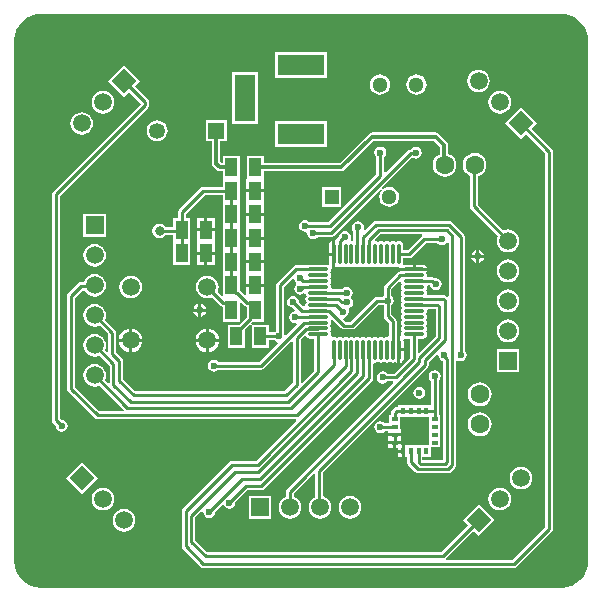
<source format=gtl>
G04*
G04 #@! TF.GenerationSoftware,Altium Limited,Altium Designer,20.0.10 (225)*
G04*
G04 Layer_Physical_Order=1*
G04 Layer_Color=255*
%FSLAX25Y25*%
%MOIN*%
G70*
G01*
G75*
%ADD18C,0.01000*%
%ADD37R,0.04000X0.06000*%
%ADD38R,0.01575X0.02284*%
%ADD39R,0.02284X0.01575*%
%ADD40O,0.01181X0.07087*%
%ADD41O,0.07087X0.01181*%
%ADD42C,0.01181*%
%ADD43C,0.06299*%
%ADD44C,0.05906*%
%ADD45R,0.07087X0.15748*%
%ADD46R,0.15748X0.07087*%
%ADD47R,0.05315X0.05315*%
%ADD48C,0.05315*%
%ADD49R,0.05906X0.05906*%
%ADD50R,0.05906X0.05906*%
%ADD51C,0.05118*%
%ADD52P,0.08352X4X270.0*%
%ADD53P,0.08352X4X180.0*%
%ADD54R,0.05039X0.05039*%
%ADD55C,0.05039*%
%ADD56C,0.02362*%
%ADD57C,0.03150*%
G36*
X186805Y193914D02*
X188502Y193399D01*
X190067Y192563D01*
X191438Y191438D01*
X192563Y190067D01*
X193399Y188502D01*
X193914Y186805D01*
X194081Y185115D01*
X194071Y185039D01*
Y11811D01*
X194081Y11736D01*
X193914Y10046D01*
X193399Y8348D01*
X192563Y6784D01*
X191438Y5413D01*
X190067Y4287D01*
X188502Y3451D01*
X186805Y2936D01*
X185527Y2810D01*
X185039Y2780D01*
X184545Y2780D01*
X12307D01*
X11811Y2780D01*
X11324Y2810D01*
X10046Y2936D01*
X8348Y3451D01*
X6784Y4287D01*
X5413Y5413D01*
X4287Y6784D01*
X3451Y8348D01*
X2936Y10046D01*
X2810Y11324D01*
X2780Y11811D01*
X2780Y12311D01*
X2780Y184544D01*
X2780Y185039D01*
X2810Y185527D01*
X2936Y186805D01*
X3451Y188502D01*
X4287Y190067D01*
X5413Y191438D01*
X6784Y192563D01*
X8348Y193399D01*
X10046Y193914D01*
X11736Y194081D01*
X11811Y194071D01*
X185039D01*
X185115Y194081D01*
X186805Y193914D01*
D02*
G37*
%LPC*%
G36*
X107087Y181299D02*
X89764D01*
Y172638D01*
X107087D01*
Y181299D01*
D02*
G37*
G36*
X157496Y175410D02*
X156519Y175282D01*
X155610Y174905D01*
X154828Y174305D01*
X154229Y173524D01*
X153852Y172614D01*
X153724Y171638D01*
X153852Y170662D01*
X154229Y169752D01*
X154828Y168971D01*
X155610Y168371D01*
X156519Y167994D01*
X157496Y167866D01*
X158472Y167994D01*
X159382Y168371D01*
X160163Y168971D01*
X160763Y169752D01*
X161140Y170662D01*
X161268Y171638D01*
X161140Y172614D01*
X160763Y173524D01*
X160163Y174305D01*
X159382Y174905D01*
X158472Y175282D01*
X157496Y175410D01*
D02*
G37*
G36*
X136811Y173848D02*
X135937Y173733D01*
X135123Y173396D01*
X134424Y172859D01*
X133888Y172160D01*
X133551Y171346D01*
X133436Y170472D01*
X133551Y169599D01*
X133888Y168785D01*
X134424Y168086D01*
X135123Y167549D01*
X135937Y167212D01*
X136811Y167097D01*
X137685Y167212D01*
X138499Y167549D01*
X139198Y168086D01*
X139734Y168785D01*
X140071Y169599D01*
X140186Y170472D01*
X140071Y171346D01*
X139734Y172160D01*
X139198Y172859D01*
X138499Y173396D01*
X137685Y173733D01*
X136811Y173848D01*
D02*
G37*
G36*
X124606D02*
X123733Y173733D01*
X122919Y173396D01*
X122220Y172859D01*
X121683Y172160D01*
X121346Y171346D01*
X121231Y170472D01*
X121346Y169599D01*
X121683Y168785D01*
X122220Y168086D01*
X122919Y167549D01*
X123733Y167212D01*
X124606Y167097D01*
X125480Y167212D01*
X126294Y167549D01*
X126993Y168086D01*
X127529Y168785D01*
X127867Y169599D01*
X127982Y170472D01*
X127867Y171346D01*
X127529Y172160D01*
X126993Y172859D01*
X126294Y173396D01*
X125480Y173733D01*
X124606Y173848D01*
D02*
G37*
G36*
X164567Y168339D02*
X163591Y168211D01*
X162681Y167834D01*
X161899Y167234D01*
X161300Y166453D01*
X160923Y165543D01*
X160794Y164567D01*
X160923Y163591D01*
X161300Y162681D01*
X161899Y161899D01*
X162681Y161300D01*
X163591Y160923D01*
X164567Y160794D01*
X165543Y160923D01*
X166453Y161300D01*
X167234Y161899D01*
X167834Y162681D01*
X168211Y163591D01*
X168339Y164567D01*
X168211Y165543D01*
X167834Y166453D01*
X167234Y167234D01*
X166453Y167834D01*
X165543Y168211D01*
X164567Y168339D01*
D02*
G37*
G36*
X32283D02*
X31307Y168211D01*
X30397Y167834D01*
X29616Y167234D01*
X29016Y166453D01*
X28640Y165543D01*
X28511Y164567D01*
X28640Y163591D01*
X29016Y162681D01*
X29616Y161899D01*
X30397Y161300D01*
X31307Y160923D01*
X32283Y160794D01*
X33260Y160923D01*
X34170Y161300D01*
X34951Y161899D01*
X35550Y162681D01*
X35927Y163591D01*
X36056Y164567D01*
X35927Y165543D01*
X35550Y166453D01*
X34951Y167234D01*
X34170Y167834D01*
X33260Y168211D01*
X32283Y168339D01*
D02*
G37*
G36*
X83858Y174606D02*
X75197D01*
Y157283D01*
X83858D01*
Y174606D01*
D02*
G37*
G36*
X25212Y161268D02*
X24236Y161140D01*
X23326Y160763D01*
X22545Y160163D01*
X21945Y159382D01*
X21568Y158472D01*
X21440Y157496D01*
X21568Y156519D01*
X21945Y155610D01*
X22545Y154828D01*
X23326Y154229D01*
X24236Y153852D01*
X25212Y153724D01*
X26189Y153852D01*
X27099Y154229D01*
X27880Y154828D01*
X28479Y155610D01*
X28856Y156519D01*
X28985Y157496D01*
X28856Y158472D01*
X28479Y159382D01*
X27880Y160163D01*
X27099Y160763D01*
X26189Y161140D01*
X25212Y161268D01*
D02*
G37*
G36*
X50394Y158593D02*
X49494Y158474D01*
X48656Y158127D01*
X47937Y157575D01*
X47385Y156855D01*
X47038Y156017D01*
X46919Y155118D01*
X47038Y154219D01*
X47385Y153381D01*
X47937Y152661D01*
X48656Y152109D01*
X49494Y151762D01*
X50394Y151644D01*
X51293Y151762D01*
X52131Y152109D01*
X52851Y152661D01*
X53403Y153381D01*
X53750Y154219D01*
X53868Y155118D01*
X53750Y156017D01*
X53403Y156855D01*
X52851Y157575D01*
X52131Y158127D01*
X51293Y158474D01*
X50394Y158593D01*
D02*
G37*
G36*
X107087Y158465D02*
X89764D01*
Y149803D01*
X107087D01*
Y158465D01*
D02*
G37*
G36*
X136614Y149807D02*
X135846Y149654D01*
X135195Y149219D01*
X134995Y148920D01*
X134510Y148823D01*
X134084Y148539D01*
X126578Y141033D01*
X126116Y141224D01*
Y146309D01*
X126222Y146381D01*
X126657Y147032D01*
X126810Y147800D01*
X126657Y148568D01*
X126222Y149219D01*
X125571Y149654D01*
X124803Y149807D01*
X124035Y149654D01*
X123384Y149219D01*
X122949Y148568D01*
X122796Y147800D01*
X122949Y147032D01*
X123384Y146381D01*
X123491Y146309D01*
Y140701D01*
X107492Y124703D01*
X101097D01*
X101025Y124810D01*
X100374Y125245D01*
X99606Y125398D01*
X98838Y125245D01*
X98187Y124810D01*
X97752Y124159D01*
X97599Y123390D01*
X97752Y122622D01*
X98187Y121971D01*
X98838Y121536D01*
X99606Y121383D01*
X99962Y121454D01*
X100388Y121029D01*
X100355Y120866D01*
X100508Y120098D01*
X100943Y119447D01*
X101594Y119012D01*
X102362Y118859D01*
X103130Y119012D01*
X103781Y119447D01*
X103853Y119553D01*
X108268D01*
X108770Y119653D01*
X109196Y119938D01*
X124860Y135602D01*
X125237Y135272D01*
X125182Y135200D01*
X124828Y134739D01*
X124495Y133934D01*
X124381Y133071D01*
X124495Y132208D01*
X124828Y131403D01*
X125358Y130712D01*
X126049Y130182D01*
X126853Y129849D01*
X127717Y129735D01*
X128580Y129849D01*
X129384Y130182D01*
X130075Y130712D01*
X130605Y131403D01*
X130938Y132208D01*
X131052Y133071D01*
X130938Y133934D01*
X130605Y134739D01*
X130075Y135430D01*
X129384Y135960D01*
X128580Y136293D01*
X127717Y136407D01*
X126853Y136293D01*
X126049Y135960D01*
X125588Y135606D01*
X125515Y135550D01*
X125185Y135927D01*
X135461Y146203D01*
X135846Y145946D01*
X136614Y145793D01*
X137382Y145946D01*
X138033Y146381D01*
X138469Y147032D01*
X138621Y147800D01*
X138469Y148568D01*
X138033Y149219D01*
X137382Y149654D01*
X136614Y149807D01*
D02*
G37*
G36*
X143253Y154555D02*
X122047D01*
X121510Y154448D01*
X121054Y154143D01*
X111229Y144318D01*
X85921D01*
Y146701D01*
X80347D01*
Y139451D01*
X80134Y139039D01*
X80134Y138714D01*
Y135539D01*
X86134D01*
Y138714D01*
X86134Y139039D01*
X85921Y139451D01*
Y141508D01*
X111811D01*
X112349Y141615D01*
X112804Y141920D01*
X122629Y151745D01*
X142671D01*
X144658Y149758D01*
Y147331D01*
X144196Y147140D01*
X143373Y146509D01*
X142742Y145686D01*
X142345Y144729D01*
X142210Y143701D01*
X142345Y142673D01*
X142742Y141715D01*
X143373Y140893D01*
X144196Y140262D01*
X145153Y139865D01*
X146181Y139730D01*
X147209Y139865D01*
X148167Y140262D01*
X148989Y140893D01*
X149620Y141715D01*
X150017Y142673D01*
X150152Y143701D01*
X150017Y144729D01*
X149620Y145686D01*
X148989Y146509D01*
X148167Y147140D01*
X147468Y147429D01*
Y150340D01*
X147361Y150877D01*
X147056Y151333D01*
X144247Y154143D01*
X143791Y154448D01*
X143253Y154555D01*
D02*
G37*
G36*
X111811Y136378D02*
X105197D01*
Y129764D01*
X111811D01*
Y136378D01*
D02*
G37*
G36*
X86134Y134539D02*
X80134D01*
Y131039D01*
Y127665D01*
X86134D01*
Y131039D01*
Y134539D01*
D02*
G37*
G36*
X69598Y126047D02*
X67098D01*
Y122547D01*
X69598D01*
Y126047D01*
D02*
G37*
G36*
X66098D02*
X63598D01*
Y122547D01*
X66098D01*
Y126047D01*
D02*
G37*
G36*
X33268Y127284D02*
X25787D01*
Y119803D01*
X33268D01*
Y127284D01*
D02*
G37*
G36*
X86134Y126665D02*
X80134D01*
Y123165D01*
Y119791D01*
X86134D01*
Y123165D01*
Y126665D01*
D02*
G37*
G36*
X69598Y121547D02*
X66598D01*
X63598D01*
Y118047D01*
Y114673D01*
X66598D01*
X69598D01*
Y118047D01*
Y121547D01*
D02*
G37*
G36*
X156181Y147672D02*
X155153Y147536D01*
X154196Y147140D01*
X153373Y146509D01*
X152742Y145686D01*
X152345Y144729D01*
X152210Y143701D01*
X152345Y142673D01*
X152742Y141715D01*
X153373Y140893D01*
X154196Y140262D01*
X154593Y140097D01*
Y129842D01*
X154693Y129340D01*
X154977Y128914D01*
X163917Y119975D01*
X163679Y119402D01*
X163550Y118425D01*
X163679Y117449D01*
X164056Y116539D01*
X164655Y115758D01*
X165437Y115158D01*
X166347Y114781D01*
X167323Y114653D01*
X168299Y114781D01*
X169209Y115158D01*
X169990Y115758D01*
X170590Y116539D01*
X170967Y117449D01*
X171095Y118425D01*
X170967Y119402D01*
X170590Y120311D01*
X169990Y121093D01*
X169209Y121692D01*
X168299Y122069D01*
X167323Y122198D01*
X166347Y122069D01*
X165773Y121832D01*
X157218Y130386D01*
Y139869D01*
X158167Y140262D01*
X158989Y140893D01*
X159620Y141715D01*
X160017Y142673D01*
X160152Y143701D01*
X160017Y144729D01*
X159620Y145686D01*
X158989Y146509D01*
X158167Y147140D01*
X157209Y147536D01*
X156181Y147672D01*
D02*
G37*
G36*
X108752Y118451D02*
X108631Y118427D01*
X108105Y118076D01*
X107754Y117550D01*
X107630Y116929D01*
Y114476D01*
X108752D01*
Y118451D01*
D02*
G37*
G36*
X157742Y115355D02*
Y113730D01*
X159367D01*
X159297Y114081D01*
X158815Y114803D01*
X158093Y115285D01*
X157742Y115355D01*
D02*
G37*
G36*
X156742D02*
X156391Y115285D01*
X155670Y114803D01*
X155188Y114081D01*
X155118Y113730D01*
X156742D01*
Y115355D01*
D02*
G37*
G36*
X86134Y118791D02*
X80134D01*
Y115291D01*
Y111917D01*
X86134D01*
Y115291D01*
Y118791D01*
D02*
G37*
G36*
X159367Y112730D02*
X157742D01*
Y111106D01*
X158093Y111176D01*
X158815Y111658D01*
X159297Y112379D01*
X159367Y112730D01*
D02*
G37*
G36*
X156742D02*
X155118D01*
X155188Y112379D01*
X155670Y111658D01*
X156391Y111176D01*
X156742Y111106D01*
Y112730D01*
D02*
G37*
G36*
X69598Y113673D02*
X67098D01*
Y110173D01*
X69598D01*
Y113673D01*
D02*
G37*
G36*
X66098D02*
X63598D01*
Y110173D01*
X66098D01*
Y113673D01*
D02*
G37*
G36*
X29528Y117316D02*
X28551Y117187D01*
X27641Y116810D01*
X26860Y116211D01*
X26261Y115429D01*
X25884Y114520D01*
X25755Y113543D01*
X25884Y112567D01*
X26261Y111657D01*
X26860Y110876D01*
X27641Y110276D01*
X28551Y109899D01*
X29528Y109771D01*
X30504Y109899D01*
X31414Y110276D01*
X32195Y110876D01*
X32795Y111657D01*
X33171Y112567D01*
X33300Y113543D01*
X33171Y114520D01*
X32795Y115429D01*
X32195Y116211D01*
X31414Y116810D01*
X30504Y117187D01*
X29528Y117316D01*
D02*
G37*
G36*
X138976Y110480D02*
X136524D01*
Y109358D01*
X140499D01*
X140475Y109479D01*
X140123Y110005D01*
X139597Y110356D01*
X138976Y110480D01*
D02*
G37*
G36*
X167323Y112198D02*
X166347Y112069D01*
X165437Y111692D01*
X164655Y111093D01*
X164056Y110311D01*
X163679Y109402D01*
X163550Y108425D01*
X163679Y107449D01*
X164056Y106539D01*
X164655Y105758D01*
X165437Y105158D01*
X166347Y104781D01*
X167323Y104653D01*
X168299Y104781D01*
X169209Y105158D01*
X169990Y105758D01*
X170590Y106539D01*
X170967Y107449D01*
X171095Y108425D01*
X170967Y109402D01*
X170590Y110311D01*
X169990Y111093D01*
X169209Y111692D01*
X168299Y112069D01*
X167323Y112198D01*
D02*
G37*
G36*
X86134Y110917D02*
X80134D01*
Y107417D01*
Y104043D01*
X86134D01*
Y107417D01*
Y110917D01*
D02*
G37*
G36*
X41535Y106725D02*
X40559Y106597D01*
X39649Y106220D01*
X38868Y105620D01*
X38268Y104839D01*
X37892Y103929D01*
X37763Y102953D01*
X37892Y101976D01*
X38268Y101067D01*
X38868Y100285D01*
X39649Y99686D01*
X40559Y99309D01*
X41535Y99180D01*
X42512Y99309D01*
X43422Y99686D01*
X44203Y100285D01*
X44802Y101067D01*
X45179Y101976D01*
X45308Y102953D01*
X45179Y103929D01*
X44802Y104839D01*
X44203Y105620D01*
X43422Y106220D01*
X42512Y106597D01*
X41535Y106725D01*
D02*
G37*
G36*
X65067Y97400D02*
Y95776D01*
X66691D01*
X66622Y96127D01*
X66139Y96848D01*
X65418Y97330D01*
X65067Y97400D01*
D02*
G37*
G36*
X64067D02*
X63716Y97330D01*
X62994Y96848D01*
X62512Y96127D01*
X62443Y95776D01*
X64067D01*
Y97400D01*
D02*
G37*
G36*
X167323Y102198D02*
X166347Y102069D01*
X165437Y101692D01*
X164655Y101093D01*
X164056Y100311D01*
X163679Y99402D01*
X163550Y98425D01*
X163679Y97449D01*
X164056Y96539D01*
X164655Y95758D01*
X165437Y95158D01*
X166347Y94781D01*
X167323Y94653D01*
X168299Y94781D01*
X169209Y95158D01*
X169990Y95758D01*
X170590Y96539D01*
X170967Y97449D01*
X171095Y98425D01*
X170967Y99402D01*
X170590Y100311D01*
X169990Y101093D01*
X169209Y101692D01*
X168299Y102069D01*
X167323Y102198D01*
D02*
G37*
G36*
X66691Y94776D02*
X65067D01*
Y93151D01*
X65418Y93221D01*
X66139Y93703D01*
X66622Y94425D01*
X66691Y94776D01*
D02*
G37*
G36*
X64067D02*
X62443D01*
X62512Y94425D01*
X62994Y93703D01*
X63716Y93221D01*
X64067Y93151D01*
Y94776D01*
D02*
G37*
G36*
X67626Y89157D02*
Y85736D01*
X71047D01*
X70977Y86268D01*
X70579Y87230D01*
X69945Y88055D01*
X69119Y88689D01*
X68158Y89087D01*
X67626Y89157D01*
D02*
G37*
G36*
X42035D02*
Y85736D01*
X45456D01*
X45386Y86268D01*
X44988Y87230D01*
X44355Y88055D01*
X43529Y88689D01*
X42567Y89087D01*
X42035Y89157D01*
D02*
G37*
G36*
X66626D02*
X66094Y89087D01*
X65133Y88689D01*
X64307Y88055D01*
X63673Y87230D01*
X63275Y86268D01*
X63205Y85736D01*
X66626D01*
Y89157D01*
D02*
G37*
G36*
X41035D02*
X40504Y89087D01*
X39542Y88689D01*
X38716Y88055D01*
X38083Y87230D01*
X37684Y86268D01*
X37614Y85736D01*
X41035D01*
Y89157D01*
D02*
G37*
G36*
X167323Y92198D02*
X166347Y92069D01*
X165437Y91692D01*
X164655Y91093D01*
X164056Y90311D01*
X163679Y89402D01*
X163550Y88425D01*
X163679Y87449D01*
X164056Y86539D01*
X164655Y85758D01*
X165437Y85158D01*
X166347Y84781D01*
X167323Y84653D01*
X168299Y84781D01*
X169209Y85158D01*
X169990Y85758D01*
X170590Y86539D01*
X170967Y87449D01*
X171095Y88425D01*
X170967Y89402D01*
X170590Y90311D01*
X169990Y91093D01*
X169209Y91692D01*
X168299Y92069D01*
X167323Y92198D01*
D02*
G37*
G36*
X71047Y84736D02*
X67626D01*
Y81315D01*
X68158Y81385D01*
X69119Y81783D01*
X69945Y82417D01*
X70579Y83243D01*
X70977Y84204D01*
X71047Y84736D01*
D02*
G37*
G36*
X45456D02*
X42035D01*
Y81315D01*
X42567Y81385D01*
X43529Y81783D01*
X44355Y82417D01*
X44988Y83243D01*
X45386Y84204D01*
X45456Y84736D01*
D02*
G37*
G36*
X66626D02*
X63205D01*
X63275Y84204D01*
X63673Y83243D01*
X64307Y82417D01*
X65133Y81783D01*
X66094Y81385D01*
X66626Y81315D01*
Y84736D01*
D02*
G37*
G36*
X41035D02*
X37614D01*
X37684Y84204D01*
X38083Y83243D01*
X38716Y82417D01*
X39542Y81783D01*
X40504Y81385D01*
X41035Y81315D01*
Y84736D01*
D02*
G37*
G36*
X171638Y162785D02*
X166349Y157496D01*
X171638Y152207D01*
X173354Y153923D01*
X179790Y147488D01*
Y22985D01*
X168748Y11942D01*
X146727D01*
X146575Y12443D01*
X146598Y12458D01*
X155779Y21640D01*
X157496Y19923D01*
X162785Y25212D01*
X157496Y30502D01*
X152207Y25212D01*
X153923Y23496D01*
X145126Y14698D01*
X67079D01*
X63124Y18654D01*
Y22047D01*
Y26228D01*
X65287Y28391D01*
X65748Y28145D01*
X65710Y27953D01*
X65862Y27185D01*
X66297Y26534D01*
X66948Y26098D01*
X67716Y25946D01*
X68485Y26098D01*
X69136Y26534D01*
X69571Y27185D01*
X69724Y27953D01*
X69699Y28078D01*
X72101Y30481D01*
X72528Y30352D01*
X72604Y30277D01*
X73022Y29652D01*
X73673Y29217D01*
X74441Y29064D01*
X75209Y29217D01*
X75860Y29652D01*
X76295Y30303D01*
X76448Y31071D01*
X76412Y31249D01*
X80465Y35302D01*
X85039D01*
X85542Y35401D01*
X85967Y35686D01*
X121991Y71710D01*
X122276Y72136D01*
X122376Y72638D01*
Y77359D01*
X122876Y77760D01*
X123031Y77729D01*
X123569Y77836D01*
X124016Y78134D01*
X124462Y77836D01*
X125000Y77729D01*
X125538Y77836D01*
X125984Y78134D01*
X126431Y77836D01*
X126969Y77729D01*
X127506Y77836D01*
X127953Y78134D01*
X128399Y77836D01*
X128937Y77729D01*
X129475Y77836D01*
X129741Y78014D01*
X129759Y77987D01*
X130285Y77636D01*
X130405Y77612D01*
Y82087D01*
Y86913D01*
X130250Y87040D01*
Y91536D01*
X130150Y92038D01*
X129865Y92464D01*
X128478Y93851D01*
Y96935D01*
X128585Y97006D01*
X129020Y97657D01*
X129172Y98425D01*
X129020Y99193D01*
X128585Y99844D01*
X128478Y99916D01*
Y102212D01*
X131194Y104928D01*
X131206Y104928D01*
X131704Y104731D01*
X131773Y104384D01*
X132071Y103937D01*
X131773Y103490D01*
X131666Y102953D01*
X131773Y102415D01*
X132071Y101969D01*
X131773Y101522D01*
X131666Y100984D01*
X131773Y100447D01*
X132071Y100000D01*
X131773Y99553D01*
X131666Y99016D01*
X131773Y98478D01*
X132071Y98032D01*
X131773Y97585D01*
X131666Y97047D01*
X131773Y96510D01*
X132071Y96063D01*
X131773Y95616D01*
X131666Y95079D01*
X131773Y94541D01*
X132071Y94095D01*
X131773Y93648D01*
X131666Y93110D01*
X131773Y92573D01*
X132071Y92126D01*
X131773Y91679D01*
X131666Y91142D01*
X131773Y90604D01*
X132071Y90158D01*
X131773Y89711D01*
X131666Y89173D01*
X131773Y88636D01*
X132071Y88189D01*
X131773Y87742D01*
X131666Y87205D01*
X131712Y86972D01*
X131710Y86966D01*
X131405Y86698D01*
Y82587D01*
X132527D01*
Y85039D01*
X132453Y85413D01*
X132832Y85844D01*
X132838Y85846D01*
X133071Y85800D01*
X134711D01*
Y79481D01*
X129378Y74147D01*
X127081D01*
X127010Y74254D01*
X126359Y74689D01*
X125591Y74842D01*
X124822Y74689D01*
X124171Y74254D01*
X123736Y73603D01*
X123583Y72835D01*
X123736Y72067D01*
X124171Y71415D01*
X124822Y70980D01*
X125591Y70828D01*
X126359Y70980D01*
X127010Y71415D01*
X127081Y71522D01*
X128855D01*
X129046Y71060D01*
X93717Y35731D01*
X93433Y35306D01*
X93333Y34803D01*
Y33032D01*
X92760Y32795D01*
X91978Y32195D01*
X91379Y31414D01*
X91002Y30504D01*
X90873Y29528D01*
X91002Y28551D01*
X91379Y27641D01*
X91978Y26860D01*
X92760Y26261D01*
X93669Y25884D01*
X94646Y25755D01*
X95622Y25884D01*
X96532Y26261D01*
X97313Y26860D01*
X97913Y27641D01*
X98290Y28551D01*
X98418Y29528D01*
X98290Y30504D01*
X97913Y31414D01*
X97313Y32195D01*
X96532Y32795D01*
X95958Y33032D01*
Y34259D01*
X102556Y40857D01*
X103018Y40666D01*
Y32902D01*
X102760Y32795D01*
X101978Y32195D01*
X101379Y31414D01*
X101002Y30504D01*
X100873Y29528D01*
X101002Y28551D01*
X101379Y27641D01*
X101978Y26860D01*
X102760Y26261D01*
X103669Y25884D01*
X104646Y25755D01*
X105622Y25884D01*
X106532Y26261D01*
X107313Y26860D01*
X107913Y27641D01*
X108290Y28551D01*
X108418Y29528D01*
X108290Y30504D01*
X107913Y31414D01*
X107313Y32195D01*
X106532Y32795D01*
X105643Y33163D01*
Y41189D01*
X140527Y76072D01*
X140811Y76498D01*
X140911Y77000D01*
Y78031D01*
X143633Y80753D01*
X144094Y80507D01*
X144056Y80315D01*
X144209Y79547D01*
X144644Y78896D01*
X145295Y78461D01*
X145719Y78376D01*
Y45407D01*
X138813D01*
Y46398D01*
X141634D01*
Y49587D01*
X144823D01*
Y52146D01*
Y54705D01*
Y57264D01*
Y60413D01*
X144216D01*
Y61811D01*
Y71731D01*
X144333Y71809D01*
X144768Y72460D01*
X144921Y73228D01*
X144768Y73996D01*
X144333Y74648D01*
X143682Y75083D01*
X142913Y75235D01*
X142145Y75083D01*
X141494Y74648D01*
X141059Y73996D01*
X140906Y73228D01*
X141059Y72460D01*
X141494Y71809D01*
X141591Y71745D01*
Y63602D01*
X130807D01*
Y62986D01*
X130177D01*
X129675Y62886D01*
X129249Y62601D01*
X128619Y61971D01*
X128334Y61546D01*
X128235Y61043D01*
Y60413D01*
X127618D01*
Y57612D01*
X126294D01*
X126222Y57718D01*
X125571Y58153D01*
X124803Y58306D01*
X124035Y58153D01*
X123384Y57718D01*
X122949Y57067D01*
X122796Y56299D01*
X122949Y55531D01*
X123384Y54880D01*
X124035Y54445D01*
X124803Y54292D01*
X125571Y54445D01*
X126222Y54880D01*
X126294Y54987D01*
X127406D01*
Y54220D01*
X131689D01*
Y55508D01*
X131476D01*
Y57264D01*
Y59744D01*
X140965D01*
Y57264D01*
Y54705D01*
Y52146D01*
Y50256D01*
X134169D01*
Y50468D01*
X132882D01*
Y48327D01*
Y46185D01*
X133628D01*
Y44712D01*
X133728Y44209D01*
X134013Y43783D01*
X136417Y41379D01*
X136843Y41094D01*
X137345Y40995D01*
X147399D01*
X147901Y41094D01*
X148327Y41379D01*
X149747Y42799D01*
X150032Y43225D01*
X150131Y43727D01*
Y78311D01*
X150631Y78578D01*
X150807Y78461D01*
X151575Y78308D01*
X152343Y78461D01*
X152994Y78896D01*
X153429Y79547D01*
X153582Y80315D01*
X153429Y81083D01*
X152994Y81734D01*
X152887Y81805D01*
Y119816D01*
X152787Y120318D01*
X152503Y120744D01*
X148697Y124550D01*
X148271Y124835D01*
X147769Y124935D01*
X123228D01*
X122726Y124835D01*
X122300Y124550D01*
X119606Y121856D01*
X119414Y121951D01*
X119194Y122151D01*
X119330Y122835D01*
X119177Y123603D01*
X118742Y124254D01*
X118091Y124689D01*
X117323Y124842D01*
X116555Y124689D01*
X115904Y124254D01*
X115469Y123603D01*
X115316Y122835D01*
X115469Y122067D01*
X115813Y121551D01*
Y118789D01*
X115418Y118452D01*
X115159Y118485D01*
X114975Y118740D01*
X114860Y118985D01*
X114999Y119685D01*
X114846Y120453D01*
X114411Y121104D01*
X113760Y121539D01*
X112992Y121692D01*
X112224Y121539D01*
X111573Y121104D01*
X111138Y120453D01*
X111045Y119988D01*
X110327Y119270D01*
X110042Y118844D01*
X109752Y118675D01*
Y113976D01*
Y109501D01*
X109873Y109525D01*
X110399Y109877D01*
X110416Y109904D01*
X110683Y109726D01*
X111221Y109619D01*
X111758Y109726D01*
X112205Y110024D01*
X112651Y109726D01*
X113189Y109619D01*
X113727Y109726D01*
X114173Y110024D01*
X114620Y109726D01*
X115157Y109619D01*
X115695Y109726D01*
X116142Y110024D01*
X116588Y109726D01*
X117126Y109619D01*
X117664Y109726D01*
X118110Y110024D01*
X118557Y109726D01*
X119095Y109619D01*
X119632Y109726D01*
X120079Y110024D01*
X120525Y109726D01*
X121063Y109619D01*
X121601Y109726D01*
X122047Y110024D01*
X122494Y109726D01*
X123031Y109619D01*
X123569Y109726D01*
X124016Y110024D01*
X124462Y109726D01*
X125000Y109619D01*
X125538Y109726D01*
X125984Y110024D01*
X126431Y109726D01*
X126969Y109619D01*
X127506Y109726D01*
X127953Y110024D01*
X128399Y109726D01*
X128937Y109619D01*
X129475Y109726D01*
X129921Y110024D01*
X130368Y109726D01*
X130905Y109619D01*
X131139Y109665D01*
X131145Y109662D01*
X131412Y109358D01*
X135524D01*
Y110480D01*
X133071D01*
X132697Y110406D01*
X132267Y110784D01*
X132264Y110791D01*
X132310Y111024D01*
Y112664D01*
X134449D01*
X134951Y112764D01*
X135377Y113048D01*
X139914Y117585D01*
X143785D01*
X143856Y117478D01*
X144508Y117043D01*
X145276Y116891D01*
X146044Y117043D01*
X146695Y117478D01*
X147006Y117945D01*
X147506Y117793D01*
Y99909D01*
X147006Y99702D01*
X146799Y99909D01*
X146373Y100194D01*
X145871Y100294D01*
X140728D01*
X140343Y100794D01*
X140381Y100984D01*
X140274Y101522D01*
X139976Y101969D01*
X140274Y102415D01*
X140381Y102953D01*
X140350Y103109D01*
X140751Y103609D01*
X141365D01*
X141453Y103169D01*
X141888Y102518D01*
X142539Y102083D01*
X143307Y101930D01*
X144075Y102083D01*
X144726Y102518D01*
X145161Y103169D01*
X145314Y103937D01*
X145161Y104705D01*
X144726Y105356D01*
X144075Y105791D01*
X143307Y105944D01*
X142953Y105874D01*
X142563Y106134D01*
X142061Y106234D01*
X140751D01*
X140350Y106734D01*
X140381Y106890D01*
X140274Y107427D01*
X140096Y107694D01*
X140123Y107712D01*
X140475Y108238D01*
X140499Y108358D01*
X136024D01*
X131291D01*
X131087Y108133D01*
X130762Y108068D01*
X130336Y107783D01*
X126237Y103684D01*
X125953Y103258D01*
X125853Y102756D01*
Y99916D01*
X125746Y99844D01*
X125675Y99738D01*
X123622D01*
X123120Y99638D01*
X122694Y99353D01*
X114811Y91470D01*
X113239D01*
X112452Y92257D01*
X112616Y92800D01*
X113069Y92890D01*
X113720Y93325D01*
X114155Y93976D01*
X114308Y94744D01*
X114170Y95439D01*
X114201Y95645D01*
X114314Y95918D01*
X114427Y96005D01*
X115067Y96433D01*
X115502Y97084D01*
X115655Y97852D01*
X115502Y98620D01*
X115157Y99137D01*
X114924Y99582D01*
X115359Y100233D01*
X115512Y101002D01*
X115359Y101770D01*
X114924Y102421D01*
X114273Y102856D01*
X113505Y103009D01*
X112737Y102856D01*
X112086Y102421D01*
X111980Y102262D01*
X108838D01*
X108454Y102762D01*
X108492Y102953D01*
X108385Y103490D01*
X108086Y103937D01*
X108385Y104384D01*
X108492Y104921D01*
X108385Y105459D01*
X108086Y105905D01*
X108385Y106352D01*
X108492Y106890D01*
X108385Y107427D01*
X108086Y107874D01*
X108385Y108321D01*
X108492Y108858D01*
X108445Y109091D01*
X108448Y109098D01*
X108752Y109365D01*
Y113476D01*
X107630D01*
Y111024D01*
X107705Y110650D01*
X107326Y110220D01*
X107320Y110217D01*
X107087Y110263D01*
X101181D01*
X100717Y110171D01*
X96653D01*
X96151Y110071D01*
X95725Y109786D01*
X90410Y104472D01*
X90126Y104046D01*
X90026Y103543D01*
Y88368D01*
X89526Y88033D01*
X89454Y87927D01*
X87496D01*
Y90402D01*
X82399D01*
X82060Y90402D01*
X81804Y90853D01*
X82439Y91488D01*
X85921D01*
Y99063D01*
X85921D01*
X85969Y99543D01*
X86134D01*
Y103043D01*
X80134D01*
Y100329D01*
X79672Y100137D01*
X77921Y101888D01*
Y107331D01*
X77921D01*
Y107630D01*
X77921D01*
Y115205D01*
X77921D01*
Y115504D01*
X77921D01*
Y123079D01*
X77921D01*
Y123378D01*
X77921D01*
Y130953D01*
X77921D01*
Y131252D01*
X77921D01*
Y138626D01*
X77921Y139126D01*
X77921Y139327D01*
Y146701D01*
X72347D01*
Y144318D01*
X71842D01*
X71484Y144676D01*
Y151673D01*
X73524D01*
Y158563D01*
X66634D01*
Y151673D01*
X68674D01*
Y144095D01*
X68781Y143557D01*
X69085Y143101D01*
X70266Y141920D01*
X70722Y141615D01*
X71260Y141508D01*
X72347D01*
Y139327D01*
X72347Y138827D01*
X72347Y138626D01*
Y136352D01*
X65748D01*
X65246Y136252D01*
X64820Y135968D01*
X57670Y128818D01*
X57386Y128392D01*
X57286Y127890D01*
Y125835D01*
X55811D01*
Y122966D01*
X53145D01*
X52884Y123357D01*
X52103Y123879D01*
X51181Y124062D01*
X50259Y123879D01*
X49478Y123357D01*
X48956Y122575D01*
X48773Y121653D01*
X48956Y120732D01*
X49478Y119950D01*
X50259Y119428D01*
X51181Y119245D01*
X52103Y119428D01*
X52884Y119950D01*
X53145Y120341D01*
X55811D01*
Y118260D01*
X55811D01*
Y117961D01*
X55811D01*
Y110386D01*
X61386D01*
Y117961D01*
X61386D01*
Y118260D01*
X61386D01*
Y125835D01*
X59911D01*
Y127346D01*
X66292Y133727D01*
X72347D01*
Y131252D01*
X72346D01*
Y130953D01*
X72347D01*
Y123378D01*
X72346D01*
Y123079D01*
X72347D01*
Y115504D01*
X72346D01*
Y115205D01*
X72347D01*
Y107630D01*
X72346D01*
Y107331D01*
X72347D01*
Y100296D01*
X71846Y100089D01*
X70532Y101403D01*
X70770Y101976D01*
X70898Y102953D01*
X70770Y103929D01*
X70393Y104839D01*
X69793Y105620D01*
X69012Y106220D01*
X68102Y106597D01*
X67126Y106725D01*
X66150Y106597D01*
X65240Y106220D01*
X64459Y105620D01*
X63859Y104839D01*
X63482Y103929D01*
X63354Y102953D01*
X63482Y101976D01*
X63859Y101067D01*
X64459Y100285D01*
X65240Y99686D01*
X66150Y99309D01*
X67126Y99180D01*
X68102Y99309D01*
X68676Y99546D01*
X71375Y96847D01*
X71801Y96563D01*
X72303Y96463D01*
X72347D01*
Y91488D01*
X77921D01*
Y97522D01*
X78383Y97713D01*
X79249Y96847D01*
X79675Y96563D01*
X80177Y96463D01*
X80347D01*
Y93902D01*
X80321Y93776D01*
Y93083D01*
X77640Y90402D01*
X73921D01*
Y82827D01*
X79496D01*
Y88545D01*
X81470Y90519D01*
X81921Y90263D01*
X81921Y89959D01*
Y82827D01*
X87496D01*
Y85302D01*
X89454D01*
X89526Y85195D01*
X90177Y84760D01*
X90417Y84712D01*
X90581Y84170D01*
X84496Y78084D01*
X70782D01*
X70711Y78191D01*
X70059Y78626D01*
X69291Y78779D01*
X68523Y78626D01*
X67872Y78191D01*
X67437Y77540D01*
X67424Y77472D01*
X67291Y77274D01*
X67191Y76772D01*
X67291Y76269D01*
X67424Y76071D01*
X67437Y76004D01*
X67872Y75352D01*
X68523Y74917D01*
X69291Y74765D01*
X70059Y74917D01*
X70711Y75352D01*
X70782Y75459D01*
X85039D01*
X85542Y75559D01*
X85967Y75844D01*
X95076Y84952D01*
X95538Y84760D01*
Y71016D01*
X92763Y68242D01*
X43063D01*
X39108Y72197D01*
Y78347D01*
X39008Y78849D01*
X38723Y79275D01*
X36746Y81252D01*
Y87795D01*
X36646Y88298D01*
X36361Y88723D01*
X32980Y92105D01*
X33171Y92567D01*
X33300Y93543D01*
X33171Y94520D01*
X32795Y95429D01*
X32195Y96211D01*
X31414Y96810D01*
X30504Y97187D01*
X29528Y97316D01*
X28551Y97187D01*
X27641Y96810D01*
X26860Y96211D01*
X26261Y95429D01*
X25884Y94520D01*
X25755Y93543D01*
X25884Y92567D01*
X26261Y91657D01*
X26860Y90876D01*
X27641Y90276D01*
X28551Y89899D01*
X29528Y89771D01*
X30504Y89899D01*
X31189Y90183D01*
X34120Y87252D01*
Y81460D01*
X33658Y81269D01*
X32934Y81993D01*
X33171Y82567D01*
X33300Y83543D01*
X33171Y84520D01*
X32795Y85430D01*
X32195Y86211D01*
X31414Y86810D01*
X30504Y87187D01*
X29528Y87316D01*
X28551Y87187D01*
X27641Y86810D01*
X26860Y86211D01*
X26261Y85430D01*
X25884Y84520D01*
X25755Y83543D01*
X25884Y82567D01*
X26261Y81657D01*
X26860Y80876D01*
X27641Y80276D01*
X28551Y79899D01*
X29528Y79771D01*
X30504Y79899D01*
X31078Y80137D01*
X34514Y76700D01*
Y71120D01*
X34014Y70913D01*
X32934Y71993D01*
X33171Y72567D01*
X33300Y73543D01*
X33171Y74520D01*
X32795Y75429D01*
X32195Y76211D01*
X31414Y76810D01*
X30504Y77187D01*
X29528Y77316D01*
X28551Y77187D01*
X27641Y76810D01*
X26860Y76211D01*
X26261Y75429D01*
X25884Y74520D01*
X25755Y73543D01*
X25884Y72567D01*
X26261Y71657D01*
X26860Y70876D01*
X27641Y70276D01*
X28551Y69899D01*
X29528Y69771D01*
X30504Y69899D01*
X31078Y70137D01*
X39166Y62049D01*
X38959Y61549D01*
X31122D01*
X22966Y69704D01*
Y99456D01*
X25548Y102038D01*
X26103D01*
X26261Y101657D01*
X26860Y100876D01*
X27641Y100276D01*
X28551Y99899D01*
X29528Y99771D01*
X30504Y99899D01*
X31414Y100276D01*
X32195Y100876D01*
X32795Y101657D01*
X33171Y102567D01*
X33300Y103543D01*
X33171Y104520D01*
X32795Y105429D01*
X32195Y106211D01*
X31414Y106810D01*
X30504Y107187D01*
X29528Y107316D01*
X28551Y107187D01*
X27641Y106810D01*
X26860Y106211D01*
X26261Y105429D01*
X25943Y104663D01*
X25004D01*
X24501Y104563D01*
X24076Y104279D01*
X20725Y100928D01*
X20441Y100502D01*
X20341Y100000D01*
Y69161D01*
X20441Y68658D01*
X20725Y68233D01*
X29650Y59308D01*
X30076Y59023D01*
X30578Y58924D01*
X96518D01*
X96725Y58424D01*
X83315Y45013D01*
X75197D01*
X74695Y44914D01*
X74269Y44629D01*
X58914Y29275D01*
X58630Y28849D01*
X58530Y28346D01*
Y16535D01*
X58630Y16033D01*
X58914Y15607D01*
X64820Y9702D01*
X65246Y9417D01*
X65748Y9317D01*
X169291D01*
X169794Y9417D01*
X170220Y9702D01*
X182030Y21513D01*
X182315Y21939D01*
X182415Y22441D01*
Y148031D01*
X182315Y148534D01*
X182030Y148960D01*
X175211Y155779D01*
X176927Y157496D01*
X171638Y162785D01*
D02*
G37*
G36*
X132527Y81587D02*
X131405D01*
Y77612D01*
X131526Y77636D01*
X132052Y77987D01*
X132404Y78513D01*
X132527Y79134D01*
Y81587D01*
D02*
G37*
G36*
X171063Y82165D02*
X163583D01*
Y74685D01*
X171063D01*
Y82165D01*
D02*
G37*
G36*
X137795Y69724D02*
X137027Y69571D01*
X136376Y69136D01*
X135941Y68485D01*
X135788Y67716D01*
X135941Y66948D01*
X136376Y66297D01*
X137027Y65862D01*
X137795Y65710D01*
X138563Y65862D01*
X139215Y66297D01*
X139650Y66948D01*
X139802Y67716D01*
X139650Y68485D01*
X139215Y69136D01*
X138563Y69571D01*
X137795Y69724D01*
D02*
G37*
G36*
X157874Y71176D02*
X156846Y71040D01*
X155888Y70644D01*
X155066Y70013D01*
X154435Y69190D01*
X154038Y68233D01*
X153903Y67205D01*
X154038Y66177D01*
X154435Y65219D01*
X155066Y64397D01*
X155888Y63766D01*
X156846Y63369D01*
X157874Y63234D01*
X158902Y63369D01*
X159860Y63766D01*
X160682Y64397D01*
X161313Y65219D01*
X161710Y66177D01*
X161845Y67205D01*
X161710Y68233D01*
X161313Y69190D01*
X160682Y70013D01*
X159860Y70644D01*
X158902Y71040D01*
X157874Y71176D01*
D02*
G37*
G36*
X39355Y176927D02*
X34065Y171638D01*
X39355Y166349D01*
X41071Y168065D01*
X44978Y164158D01*
X15607Y134786D01*
X15323Y134361D01*
X15223Y133858D01*
Y58661D01*
X15323Y58159D01*
X15607Y57733D01*
X16522Y56819D01*
X16497Y56693D01*
X16650Y55925D01*
X17085Y55274D01*
X17736Y54839D01*
X18504Y54686D01*
X19272Y54839D01*
X19923Y55274D01*
X20358Y55925D01*
X20511Y56693D01*
X20358Y57461D01*
X19923Y58112D01*
X19272Y58547D01*
X18504Y58700D01*
X18378Y58675D01*
X17848Y59205D01*
Y133315D01*
X47349Y162815D01*
X47633Y163241D01*
X47733Y163743D01*
Y164572D01*
X47633Y165074D01*
X47349Y165500D01*
X42927Y169922D01*
X44644Y171638D01*
X39355Y176927D01*
D02*
G37*
G36*
X157874Y61176D02*
X156846Y61040D01*
X155888Y60644D01*
X155066Y60013D01*
X154435Y59190D01*
X154038Y58232D01*
X153903Y57205D01*
X154038Y56177D01*
X154435Y55219D01*
X155066Y54397D01*
X155888Y53766D01*
X156846Y53369D01*
X157874Y53234D01*
X158902Y53369D01*
X159860Y53766D01*
X160682Y54397D01*
X161313Y55219D01*
X161710Y56177D01*
X161845Y57205D01*
X161710Y58232D01*
X161313Y59190D01*
X160682Y60013D01*
X159860Y60644D01*
X158902Y61040D01*
X157874Y61176D01*
D02*
G37*
G36*
X131689Y53220D02*
X127406D01*
Y51933D01*
Y51661D01*
X131689D01*
Y51933D01*
Y53220D01*
D02*
G37*
G36*
X129047Y50661D02*
X127406D01*
Y49374D01*
X129047D01*
Y50661D01*
D02*
G37*
G36*
X131689D02*
X130047D01*
Y49374D01*
X130595D01*
Y48827D01*
X131882D01*
Y50468D01*
X131689D01*
Y50661D01*
D02*
G37*
G36*
X131882Y47827D02*
X130595D01*
Y46185D01*
X131882D01*
Y47827D01*
D02*
G37*
G36*
X171638Y43127D02*
X170662Y42998D01*
X169752Y42621D01*
X168971Y42022D01*
X168371Y41241D01*
X167994Y40331D01*
X167866Y39355D01*
X167994Y38378D01*
X168371Y37468D01*
X168971Y36687D01*
X169752Y36088D01*
X170662Y35711D01*
X171638Y35582D01*
X172614Y35711D01*
X173524Y36088D01*
X174305Y36687D01*
X174905Y37468D01*
X175282Y38378D01*
X175410Y39355D01*
X175282Y40331D01*
X174905Y41241D01*
X174305Y42022D01*
X173524Y42621D01*
X172614Y42998D01*
X171638Y43127D01*
D02*
G37*
G36*
X25212Y44644D02*
X19923Y39355D01*
X25212Y34065D01*
X30502Y39355D01*
X25212Y44644D01*
D02*
G37*
G36*
X164567Y36056D02*
X163591Y35927D01*
X162681Y35550D01*
X161899Y34951D01*
X161300Y34170D01*
X160923Y33260D01*
X160794Y32283D01*
X160923Y31307D01*
X161300Y30397D01*
X161899Y29616D01*
X162681Y29016D01*
X163591Y28640D01*
X164567Y28511D01*
X165543Y28640D01*
X166453Y29016D01*
X167234Y29616D01*
X167834Y30397D01*
X168211Y31307D01*
X168339Y32283D01*
X168211Y33260D01*
X167834Y34170D01*
X167234Y34951D01*
X166453Y35550D01*
X165543Y35927D01*
X164567Y36056D01*
D02*
G37*
G36*
X32283D02*
X31307Y35927D01*
X30397Y35550D01*
X29616Y34951D01*
X29016Y34170D01*
X28640Y33260D01*
X28511Y32283D01*
X28640Y31307D01*
X29016Y30397D01*
X29616Y29616D01*
X30397Y29016D01*
X31307Y28640D01*
X32283Y28511D01*
X33260Y28640D01*
X34170Y29016D01*
X34951Y29616D01*
X35550Y30397D01*
X35927Y31307D01*
X36056Y32283D01*
X35927Y33260D01*
X35550Y34170D01*
X34951Y34951D01*
X34170Y35550D01*
X33260Y35927D01*
X32283Y36056D01*
D02*
G37*
G36*
X88386Y33268D02*
X80905D01*
Y25787D01*
X88386D01*
Y33268D01*
D02*
G37*
G36*
X114646Y33300D02*
X113669Y33171D01*
X112759Y32795D01*
X111978Y32195D01*
X111379Y31414D01*
X111002Y30504D01*
X110873Y29528D01*
X111002Y28551D01*
X111379Y27641D01*
X111978Y26860D01*
X112759Y26261D01*
X113669Y25884D01*
X114646Y25755D01*
X115622Y25884D01*
X116532Y26261D01*
X117313Y26860D01*
X117913Y27641D01*
X118290Y28551D01*
X118418Y29528D01*
X118290Y30504D01*
X117913Y31414D01*
X117313Y32195D01*
X116532Y32795D01*
X115622Y33171D01*
X114646Y33300D01*
D02*
G37*
G36*
X39355Y28985D02*
X38378Y28856D01*
X37468Y28479D01*
X36687Y27880D01*
X36088Y27099D01*
X35711Y26189D01*
X35582Y25212D01*
X35711Y24236D01*
X36088Y23326D01*
X36687Y22545D01*
X37468Y21945D01*
X38378Y21568D01*
X39355Y21440D01*
X40331Y21568D01*
X41241Y21945D01*
X42022Y22545D01*
X42621Y23326D01*
X42998Y24236D01*
X43127Y25212D01*
X42998Y26189D01*
X42621Y27099D01*
X42022Y27880D01*
X41241Y28479D01*
X40331Y28856D01*
X39355Y28985D01*
D02*
G37*
%LPD*%
G36*
X138736Y120022D02*
X138442Y119826D01*
X133905Y115289D01*
X132310D01*
Y116929D01*
X132203Y117467D01*
X131899Y117923D01*
X131443Y118227D01*
X130905Y118334D01*
X130368Y118227D01*
X129921Y117929D01*
X129475Y118227D01*
X128937Y118334D01*
X128399Y118227D01*
X127953Y117929D01*
X127506Y118227D01*
X126969Y118334D01*
X126431Y118227D01*
X125984Y117929D01*
X125538Y118227D01*
X125000Y118334D01*
X124462Y118227D01*
X124016Y117929D01*
X123569Y118227D01*
X123222Y118296D01*
X123025Y118794D01*
X123025Y118806D01*
X124741Y120522D01*
X138584D01*
X138736Y120022D01*
D02*
G37*
G36*
X96064Y105705D02*
X96177Y105137D01*
X96612Y104486D01*
X96766Y104384D01*
Y103884D01*
X96612Y103781D01*
X96177Y103130D01*
X96024Y102362D01*
X96177Y101594D01*
X96612Y100943D01*
X97263Y100508D01*
X98032Y100355D01*
X98800Y100508D01*
X99295Y100839D01*
X99767Y100706D01*
X99843Y100649D01*
X99883Y100447D01*
X100181Y100000D01*
X99883Y99553D01*
X99776Y99016D01*
X99883Y98478D01*
X100181Y98032D01*
X99883Y97585D01*
X99776Y97047D01*
X99781Y97022D01*
X99447Y96599D01*
X98980Y96578D01*
X97651Y97906D01*
X97676Y98032D01*
X97524Y98800D01*
X97088Y99451D01*
X96437Y99886D01*
X95669Y100039D01*
X94901Y99886D01*
X94250Y99451D01*
X93815Y98800D01*
X93662Y98032D01*
X93815Y97263D01*
X94250Y96612D01*
X94901Y96177D01*
X95669Y96024D01*
X95795Y96049D01*
X96452Y95392D01*
X96257Y94881D01*
X95689Y94768D01*
X95038Y94333D01*
X94602Y93682D01*
X94450Y92913D01*
X94602Y92145D01*
X95038Y91494D01*
X95689Y91059D01*
X96457Y90906D01*
X96649Y90944D01*
X96895Y90484D01*
X93389Y86978D01*
X92847Y87143D01*
X92799Y87382D01*
X92651Y87604D01*
Y103000D01*
X95552Y105901D01*
X96064Y105705D01*
D02*
G37*
G36*
X125746Y97006D02*
X125853Y96935D01*
Y93307D01*
X125953Y92805D01*
X126237Y92379D01*
X127624Y90992D01*
Y86814D01*
X127124Y86413D01*
X126969Y86444D01*
X126431Y86337D01*
X125984Y86039D01*
X125538Y86337D01*
X125000Y86444D01*
X124462Y86337D01*
X124016Y86039D01*
X123569Y86337D01*
X123031Y86444D01*
X122494Y86337D01*
X122047Y86039D01*
X121601Y86337D01*
X121063Y86444D01*
X120525Y86337D01*
X120079Y86039D01*
X119632Y86337D01*
X119095Y86444D01*
X118557Y86337D01*
X118110Y86039D01*
X117664Y86337D01*
X117126Y86444D01*
X116588Y86337D01*
X116142Y86039D01*
X115695Y86337D01*
X115157Y86444D01*
X114620Y86337D01*
X114173Y86039D01*
X113727Y86337D01*
X113189Y86444D01*
X112651Y86337D01*
X112205Y86039D01*
X111758Y86337D01*
X111221Y86444D01*
X110683Y86337D01*
X110236Y86039D01*
X109790Y86337D01*
X109252Y86444D01*
X108774Y86349D01*
X108566Y86519D01*
X108396Y86726D01*
X108492Y87205D01*
X108385Y87742D01*
X108086Y88189D01*
X108385Y88636D01*
X108492Y89173D01*
X108385Y89711D01*
X108086Y90158D01*
X108385Y90604D01*
X108492Y91142D01*
X108385Y91679D01*
X108374Y91695D01*
X108445Y91844D01*
X109047Y91949D01*
X111767Y89229D01*
X112193Y88945D01*
X112695Y88845D01*
X115354D01*
X115857Y88945D01*
X116282Y89229D01*
X124166Y97113D01*
X125675D01*
X125746Y97006D01*
D02*
G37*
G36*
X143176Y86536D02*
X137798Y81159D01*
X137336Y81350D01*
Y85800D01*
X138976D01*
X139514Y85907D01*
X139970Y86211D01*
X140274Y86667D01*
X140381Y87205D01*
X140274Y87742D01*
X139976Y88189D01*
X140274Y88636D01*
X140381Y89173D01*
X140274Y89711D01*
X139976Y90158D01*
X140274Y90604D01*
X140381Y91142D01*
X140274Y91679D01*
X139976Y92126D01*
X140274Y92573D01*
X140381Y93110D01*
X140274Y93648D01*
X139976Y94095D01*
X140274Y94541D01*
X140381Y95079D01*
X140357Y95200D01*
X140768Y95700D01*
X143176D01*
Y86536D01*
D02*
G37*
G36*
X99940Y86581D02*
X100188Y86211D01*
X100644Y85907D01*
X101181Y85800D01*
X102821D01*
Y75150D01*
X98625Y70954D01*
X98163Y71145D01*
Y85511D01*
X99397Y86745D01*
X99940Y86581D01*
D02*
G37*
D18*
X155905Y129842D02*
Y143425D01*
Y129842D02*
X167323Y118425D01*
X155905Y143425D02*
X156181Y143701D01*
X90753Y86614D02*
X91339Y87200D01*
X84709Y86614D02*
X90753D01*
X132520Y61811D02*
X142903D01*
X129547Y61043D02*
X130177Y61673D01*
X129547Y58839D02*
Y61043D01*
X130177Y61673D02*
X132382D01*
X142903Y61811D02*
Y73219D01*
Y58848D02*
Y61811D01*
X132382Y61673D02*
X132520Y61811D01*
X142894Y58839D02*
X142903Y58848D01*
Y73219D02*
X142913Y73228D01*
X104331Y29842D02*
Y41732D01*
X139598Y77000D02*
Y78575D01*
X104331Y41732D02*
X139598Y77000D01*
X94646Y34803D02*
X137811Y77969D01*
Y79315D01*
X94646Y29528D02*
Y34803D01*
X136024Y78937D02*
Y87205D01*
X125591Y72835D02*
X129921D01*
X136024Y78937D01*
X137811Y79315D02*
X144488Y85992D01*
Y96427D01*
X139598Y78575D02*
X146457Y85433D01*
Y98395D01*
X72303Y97776D02*
X73634D01*
X67126Y102953D02*
X67126D01*
X72303Y97776D01*
X75134Y95276D02*
Y96276D01*
X73634Y97776D02*
X75134Y96276D01*
X124803Y140157D02*
Y147800D01*
X99606Y123390D02*
X108036D01*
X124803Y140157D01*
X135012Y147610D02*
X136425D01*
X102362Y120866D02*
X108268D01*
X136425Y147610D02*
X136614Y147800D01*
X108268Y120866D02*
X135012Y147610D01*
X112695Y90158D02*
X115354D01*
X123622Y98425D02*
X127165D01*
X115354Y90158D02*
X123622Y98425D01*
X127165Y102756D02*
X131265Y106855D01*
X127165Y98425D02*
Y102756D01*
X131265Y106855D02*
X135989D01*
X127165Y93307D02*
Y98425D01*
X128937Y82087D02*
Y91536D01*
X127165Y93307D02*
X128937Y91536D01*
X107809Y95044D02*
X112695Y90158D01*
X104134Y95079D02*
X104168Y95044D01*
X107809D01*
X112598Y119685D02*
X112992D01*
X111255Y118342D02*
X112598Y119685D01*
X111221Y113976D02*
X111255Y114011D01*
Y118342D01*
X98622Y95079D02*
X104134D01*
X95669Y98032D02*
X98622Y95079D01*
X111221Y113976D02*
X111255Y113942D01*
X51181Y121653D02*
X57417D01*
X57811Y121260D01*
X58598Y122047D01*
X80177Y97776D02*
X81634D01*
X76910Y101043D02*
X80177Y97776D01*
X76634Y101043D02*
X76910D01*
X75134Y102543D02*
X76634Y101043D01*
X75134Y102543D02*
Y111417D01*
X81634Y97776D02*
X83134Y96276D01*
Y95276D02*
Y96276D01*
X65748Y135039D02*
X75134D01*
X58598Y127890D02*
X65748Y135039D01*
X58598Y122047D02*
Y127890D01*
Y114173D02*
Y122047D01*
X75134Y127165D02*
Y135039D01*
Y119291D02*
Y127165D01*
Y111417D02*
Y119291D01*
X76709Y86614D02*
Y87614D01*
X81634Y92539D01*
Y93776D01*
X83134Y95276D01*
X135989Y106855D02*
X136024Y106890D01*
X39355Y171638D02*
X46421Y164572D01*
X16535Y58661D02*
Y133858D01*
X46421Y163743D02*
Y164572D01*
X16535Y133858D02*
X46421Y163743D01*
X29685Y93543D02*
X35433Y87795D01*
Y80709D02*
X37795Y78347D01*
X35433Y80709D02*
Y87795D01*
X171638Y157496D02*
X181102Y148031D01*
X169291Y10630D02*
X181102Y22441D01*
Y148031D01*
X145669Y13386D02*
X157496Y25212D01*
X61811Y18110D02*
X66535Y13386D01*
X145669D01*
X59842Y16535D02*
Y28346D01*
X65748Y10630D02*
X169291D01*
X59842Y16535D02*
X65748Y10630D01*
X61811Y18110D02*
Y22047D01*
X59842Y28346D02*
X75197Y43701D01*
X96850Y70472D02*
Y86055D01*
X68504Y76772D02*
X85039D01*
X99410Y91142D01*
X104134D01*
X104099Y89139D02*
X104134Y89173D01*
X99934Y89139D02*
X104099D01*
X96850Y86055D02*
X99934Y89139D01*
X96457Y92913D02*
X96619Y93076D01*
X91339Y87200D02*
Y103543D01*
X96619Y93076D02*
X104099D01*
X37795Y71653D02*
Y78347D01*
Y71653D02*
X42520Y66929D01*
X93307D01*
X29528Y83543D02*
X35827Y77244D01*
Y70472D02*
Y77244D01*
Y70472D02*
X41732Y64567D01*
X93307Y66929D02*
X96850Y70472D01*
X104134Y74606D02*
Y87205D01*
X94095Y64567D02*
X104134Y74606D01*
X41732Y64567D02*
X94095D01*
X94882Y62598D02*
X109252Y76968D01*
X29528Y73543D02*
X40472Y62598D01*
X94882D01*
X21654Y69161D02*
X30578Y60236D01*
X96850D01*
X113189Y76575D01*
X29528Y93543D02*
X29685D01*
X117323Y122573D02*
Y122835D01*
X119129Y119523D02*
X123228Y123622D01*
X119129Y114011D02*
Y119523D01*
X123228Y123622D02*
X147769D01*
X117126Y122376D02*
X117323Y122573D01*
X117126Y113976D02*
Y122376D01*
X121098Y118735D02*
X124197Y121835D01*
X121098Y114011D02*
Y118735D01*
X124803Y56299D02*
X129528D01*
X151575Y80315D02*
Y119816D01*
X147769Y123622D02*
X151575Y119816D01*
X136058Y98981D02*
X145871D01*
X146457Y98395D01*
X99016Y104921D02*
X104134D01*
X98032Y105905D02*
X99016Y104921D01*
X111991Y97852D02*
X113647D01*
X110736Y99106D02*
X111991Y97852D01*
X146063Y80053D02*
X147031Y79084D01*
X146063Y80053D02*
Y80315D01*
X148819Y43727D02*
Y119995D01*
X147399Y42307D02*
X148819Y43727D01*
X146979Y121835D02*
X148819Y119995D01*
X137345Y42307D02*
X147399D01*
X124197Y121835D02*
X146979D01*
X147031Y44680D02*
Y79084D01*
X146446Y44094D02*
X147031Y44680D01*
X138086Y44094D02*
X146446D01*
X137500Y44680D02*
X138086Y44094D01*
X137500Y44680D02*
Y48327D01*
X134941Y44712D02*
X137345Y42307D01*
X134941Y44712D02*
Y48327D01*
X104134Y106890D02*
X104168Y106855D01*
X16535Y58661D02*
X18504Y56693D01*
X61811Y22047D02*
Y26772D01*
X76378Y41339D01*
X113189Y76575D02*
Y82087D01*
X98884Y102953D02*
X104134D01*
X98294Y102362D02*
X98884Y102953D01*
X98032Y102362D02*
X98294D01*
X76378Y41339D02*
X84024D01*
X75197Y43701D02*
X83858D01*
X115157Y75000D01*
X84024Y41339D02*
X117126Y74441D01*
X67716Y27953D02*
X78740Y38976D01*
X84646D02*
X119095Y73425D01*
X78740Y38976D02*
X84646D01*
X67716Y27953D02*
X67716D01*
X74441Y31134D02*
X79921Y36614D01*
X74441Y31071D02*
Y31134D01*
X79921Y36614D02*
X85039D01*
X157496Y25212D02*
X157496D01*
X121063Y72638D02*
Y82087D01*
X85039Y36614D02*
X121063Y72638D01*
X119095Y73425D02*
Y82087D01*
X117126Y74441D02*
Y82087D01*
X115157Y75000D02*
Y82087D01*
X130815Y85179D02*
X130905Y85088D01*
X104134Y97047D02*
X109998D01*
X112301Y94744D01*
X107226Y99106D02*
X110736D01*
X139370Y118898D02*
X145276D01*
X134449Y113976D02*
X139370Y118898D01*
X136024Y104921D02*
X142061D01*
X143045Y103937D01*
X143307D01*
X130905Y113976D02*
X134449D01*
X109252D02*
X109287Y113942D01*
X143902Y97013D02*
X144488Y96427D01*
X136058Y97013D02*
X143902D01*
X136024Y97047D02*
X136058Y97013D01*
X104331Y29842D02*
X104646Y29528D01*
X136024Y99016D02*
X136058Y98981D01*
X129528Y56299D02*
X129547Y56279D01*
X104168Y100950D02*
X113453D01*
X104134Y100984D02*
X104168Y100950D01*
X113453D02*
X113505Y101002D01*
X104134Y99016D02*
X107136D01*
X107226Y99106D01*
X109252Y76968D02*
Y82087D01*
X21654Y69161D02*
Y100000D01*
X25004Y103350D01*
X29335D01*
X29528Y103543D01*
X104099Y93076D02*
X104134Y93110D01*
X129528Y51142D02*
X129547Y51161D01*
Y53720D01*
X121063Y113976D02*
X121098Y114011D01*
X119095Y113976D02*
X119129Y114011D01*
X96653Y108858D02*
X104134D01*
X91339Y103543D02*
X96653Y108858D01*
D37*
X75134Y142913D02*
D03*
X83134D02*
D03*
Y95276D02*
D03*
X75134D02*
D03*
X84709Y86614D02*
D03*
X76709D02*
D03*
X83134Y119291D02*
D03*
X75134D02*
D03*
X58598Y122047D02*
D03*
X66598D02*
D03*
X83134Y103543D02*
D03*
X75134D02*
D03*
X83134Y111417D02*
D03*
X75134D02*
D03*
X83134Y127165D02*
D03*
X75134D02*
D03*
X83134Y135039D02*
D03*
X75134D02*
D03*
X58598Y114173D02*
D03*
X66598D02*
D03*
D38*
X132382Y48327D02*
D03*
X134941D02*
D03*
X137500D02*
D03*
X140059D02*
D03*
Y61673D02*
D03*
X137500D02*
D03*
X134941D02*
D03*
X132382D02*
D03*
D39*
X142894Y51161D02*
D03*
Y53720D02*
D03*
Y56279D02*
D03*
Y58839D02*
D03*
X129547D02*
D03*
Y56279D02*
D03*
Y53720D02*
D03*
Y51161D02*
D03*
D40*
X109252Y113976D02*
D03*
X111221D02*
D03*
X113189D02*
D03*
X115157D02*
D03*
X117126D02*
D03*
X119095D02*
D03*
X121063D02*
D03*
X123031D02*
D03*
X125000D02*
D03*
X126969D02*
D03*
X128937D02*
D03*
X130905D02*
D03*
Y82087D02*
D03*
X128937D02*
D03*
X126969D02*
D03*
X125000D02*
D03*
X123031D02*
D03*
X121063D02*
D03*
X119095D02*
D03*
X117126D02*
D03*
X115157D02*
D03*
X113189D02*
D03*
X111221D02*
D03*
X109252D02*
D03*
D41*
X136024Y108858D02*
D03*
Y106890D02*
D03*
Y104921D02*
D03*
Y102953D02*
D03*
Y100984D02*
D03*
Y99016D02*
D03*
Y97047D02*
D03*
Y95079D02*
D03*
Y93110D02*
D03*
Y91142D02*
D03*
Y89173D02*
D03*
Y87205D02*
D03*
X104134D02*
D03*
Y89173D02*
D03*
Y91142D02*
D03*
Y93110D02*
D03*
Y95079D02*
D03*
Y97047D02*
D03*
Y99016D02*
D03*
Y100984D02*
D03*
Y102953D02*
D03*
Y104921D02*
D03*
Y106890D02*
D03*
Y108858D02*
D03*
D42*
X122047Y153150D02*
X143253D01*
X146063Y150340D01*
Y143819D02*
Y150340D01*
Y143819D02*
X146181Y143701D01*
X111811Y142913D02*
X122047Y153150D01*
X83134Y142913D02*
X111811D01*
X71260D02*
X75134D01*
X70079Y144095D02*
X71260Y142913D01*
X70079Y144095D02*
Y155118D01*
X66598Y114173D02*
X67126Y113646D01*
D43*
X157874Y67205D02*
D03*
Y57205D02*
D03*
X146181Y143701D02*
D03*
X156181D02*
D03*
D44*
X41535Y102953D02*
D03*
Y85236D02*
D03*
X67126Y102953D02*
D03*
Y85236D02*
D03*
X29528Y73543D02*
D03*
Y83543D02*
D03*
Y93543D02*
D03*
Y103543D02*
D03*
Y113543D02*
D03*
X94646Y29528D02*
D03*
X104646D02*
D03*
X114646D02*
D03*
X167323Y88425D02*
D03*
Y98425D02*
D03*
Y108425D02*
D03*
Y118425D02*
D03*
X32283Y164567D02*
D03*
X25212Y157496D02*
D03*
X164567Y164567D02*
D03*
X157496Y171638D02*
D03*
X164567Y32283D02*
D03*
X171638Y39355D02*
D03*
X32283Y32283D02*
D03*
X39355Y25212D02*
D03*
D45*
X79528Y165945D02*
D03*
D46*
X98425Y176969D02*
D03*
Y154134D02*
D03*
D47*
X70079Y155118D02*
D03*
D48*
X50394Y155118D02*
D03*
D49*
X29528Y123543D02*
D03*
X167323Y78425D02*
D03*
D50*
X84646Y29528D02*
D03*
D51*
X136811Y170472D02*
D03*
X124606D02*
D03*
D52*
X39355Y171638D02*
D03*
X157496Y25212D02*
D03*
D53*
X171638Y157496D02*
D03*
X25212Y39355D02*
D03*
D54*
X108504Y133071D02*
D03*
D55*
X127717D02*
D03*
D56*
X90945Y86614D02*
D03*
X137795Y67716D02*
D03*
X142913Y73228D02*
D03*
X125591Y72835D02*
D03*
X64567Y95276D02*
D03*
X112992Y119685D02*
D03*
X95669Y98032D02*
D03*
X127165Y98425D02*
D03*
X157242Y113230D02*
D03*
X96457Y92913D02*
D03*
X69291Y76772D02*
D03*
X117323Y122835D02*
D03*
X124803Y56299D02*
D03*
X102362Y120866D02*
D03*
X98032Y105905D02*
D03*
X113647Y97852D02*
D03*
X146063Y80315D02*
D03*
X151575D02*
D03*
X136614Y147800D02*
D03*
X124803D02*
D03*
X99606Y123390D02*
D03*
X98032Y102362D02*
D03*
X74441Y31071D02*
D03*
X67716Y27953D02*
D03*
X18504Y56693D02*
D03*
X112301Y94744D02*
D03*
X145276Y118898D02*
D03*
X143307Y103937D02*
D03*
X113505Y101002D02*
D03*
D57*
X51181Y121653D02*
D03*
M02*

</source>
